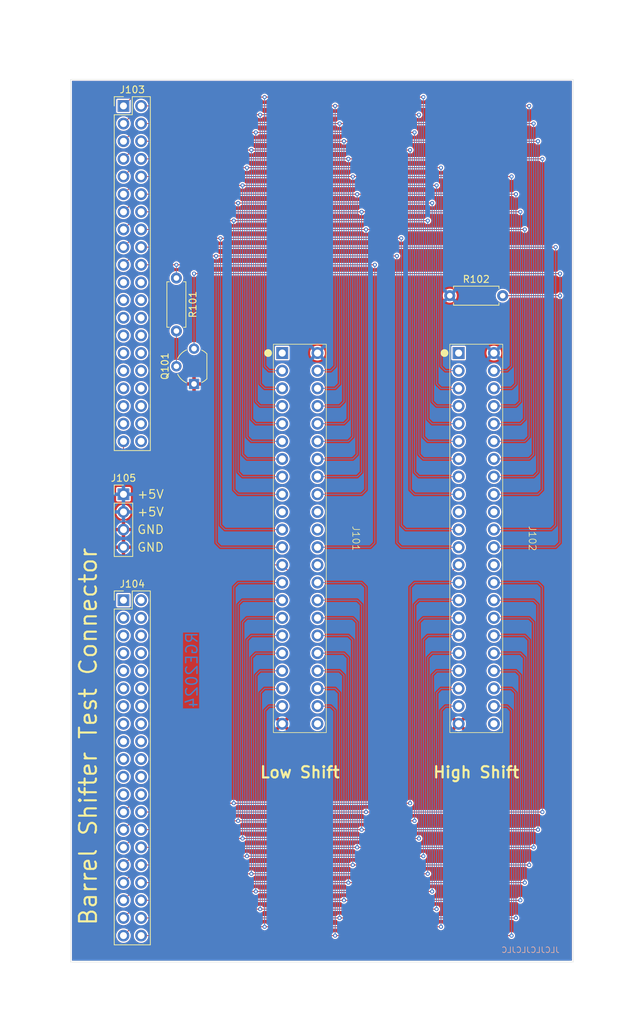
<source format=kicad_pcb>
(kicad_pcb (version 20240108) (generator "pcbnew") (generator_version "8.0")
  (layers (0 "F.Cu" signal) (31 "B.Cu" signal) (34 "B.Paste" user) (35 "F.Paste" user) (36 "B.SilkS" user "B.Silkscreen") (37 "F.SilkS" user "F.Silkscreen") (38 "B.Mask" user) (39 "F.Mask" user) (44 "Edge.Cuts" user))
  (net 0 "")
  (net 1 "/B_0")
  (net 2 "/C4")
  (net 3 "/C9")
  (net 4 "/B_1")
  (net 5 "/C7")
  (net 7 "GND")
  (net 8 "/A8")
  (net 9 "/A6")
  (net 10 "/C0")
  (net 11 "/C14")
  (net 12 "/A13")
  (net 13 "/C15")
  (net 14 "/B_3")
  (net 16 "/C1")
  (net 17 "/A5")
  (net 18 "+5V")
  (net 19 "/C10")
  (net 21 "/A4")
  (net 22 "/A9")
  (net 23 "/C11")
  (net 25 "/A3")
  (net 26 "/A10")
  (net 27 "/A12")
  (net 28 "/A1")
  (net 29 "/A7")
  (net 30 "/C8")
  (net 31 "/C2")
  (net 32 "/C3")
  (net 33 "/A2")
  (net 34 "/C12")
  (net 35 "/~{OE}")
  (net 36 "/C6")
  (net 37 "/A15")
  (net 38 "/B_2")
  (net 39 "/A0")
  (net 40 "/C13")
  (net 42 "/C5")
  (net 43 "/A14")
  (net 44 "/A11")
  (net 50 "Net-(Q101-C)")
  (net 89 "Net-(Q101-B)")
  (footprint "Connector_PinHeader_2.54mm:PinHeader_2x20_P2.54mm_Vertical" (layer "F.Cu") (at 109.22 50.8)
    (property "Reference" "J103")
    (property "Value" "Conn_02x20_Odd_Even")
  )
  (footprint "Connector_PinHeader_2.54mm:PinHeader_1x04_P2.54mm_Vertical" (layer "F.Cu") (at 109.22 106.68)
    (property "Reference" "J105")
    (property "Value" "Conn_01x04")
  )
  (footprint "BoardEdgeConnectors:TE-5530843-4-Mount" (layer "F.Cu") (at 134.62 113.03 -90)
    (property "Reference" "J101")
    (property "Value" "~")
  )
  (footprint "Connector_PinHeader_2.54mm:PinHeader_2x20_P2.54mm_Vertical" (layer "F.Cu") (at 109.22 121.92)
    (property "Reference" "J104")
    (property "Value" "Conn_02x20_Odd_Even")
  )
  (footprint "Resistor_THT:R_Axial_DIN0207_L6.3mm_D2.5mm_P7.62mm_Horizontal" (layer "F.Cu") (at 156.21 78.105)
    (property "Reference" "R102")
    (property "Value" "100k")
  )
  (footprint "BoardEdgeConnectors:TE-5530843-4-Mount" (layer "F.Cu") (at 160.02 113.03 -90)
    (property "Reference" "J102")
    (property "Value" "~")
  )
  (footprint "Package_TO_SOT_THT:TO-92_Wide" (layer "F.Cu") (at 119.38 90.805 90)
    (property "Reference" "Q101")
    (property "Value" "2N3904")
  )
  (footprint "Resistor_THT:R_Axial_DIN0207_L6.3mm_D2.5mm_P7.62mm_Horizontal" (layer "F.Cu") (at 116.84 75.565 -90)
    (property "Reference" "R101")
    (property "Value" "4k7")
  )
  (gr_rect (start 101.6 46.99) (end 173.99 173.99) (stroke (width 0.05)) (fill none) (layer "Edge.Cuts"))
  (gr_text "RGE2024" (at 120.015 126.365 90) (layer "B.Cu") (effects (font (size 1.6256 1.6256) (thickness 0.2032)) (justify left bottom mirror)))
  (gr_text "JLCJLCJLCJLC" (at 172.085 172.72 0) (layer "B.SilkS") (effects (font (size 0.8128 0.8128) (thickness 0.1016)) (justify left bottom mirror)))
  (gr_text "Barrel Shifter Test Connector" (at 104.14 168.91 90) (layer "F.SilkS") (effects (font (size 2.4384 2.4384) (thickness 0.3048)) (justify left)))
  (gr_text "Low Shift" (at 134.62 146.685 0) (layer "F.SilkS") (effects (font (size 1.6256 1.6256) (thickness 0.3048) (bold yes))))
  (gr_text "GND" (at 111.125 111.76 0) (layer "F.SilkS") (effects (font (size 1.2446 1.2446) (thickness 0.1524)) (justify left)))
  (gr_text "+5V" (at 111.125 106.68 0) (layer "F.SilkS") (effects (font (size 1.2446 1.2446) (thickness 0.1524)) (justify left)))
  (gr_text "+5V" (at 111.125 109.22 0) (layer "F.SilkS") (effects (font (size 1.2446 1.2446) (thickness 0.1524)) (justify left)))
  (gr_text "High Shift" (at 160.02 146.685 0) (layer "F.SilkS") (effects (font (size 1.6256 1.6256) (thickness 0.3048) (bold yes))))
  (gr_text "GND" (at 111.125 114.3 0) (layer "F.SilkS") (effects (font (size 1.2446 1.2446) (thickness 0.1524)) (justify left)))
  (segment (start 109.22 71.12) (end 110.49 69.85) (width 0.127) (layer "F.Cu") (net 1))
  (segment (start 123.19 69.85) (end 149.225 69.85) (width 0.127) (layer "F.Cu") (net 1))
  (segment (start 110.49 69.85) (end 123.19 69.85) (width 0.127) (layer "F.Cu") (net 1))
  (via (at 149.225 69.85) (size 0.6) (drill 0.3) (layers "F.Cu" "B.Cu") (net 1))
  (via (at 123.19 69.85) (size 0.6) (drill 0.3) (layers "F.Cu" "B.Cu") (net 1))
  (segment (start 123.19 111.125) (end 123.19 69.85) (width 0.127) (layer "B.Cu") (net 1))
  (segment (start 132.08 111.76) (end 123.825 111.76) (width 0.127) (layer "B.Cu") (net 1))
  (segment (start 123.825 111.76) (end 123.19 111.125) (width 0.127) (layer "B.Cu") (net 1))
  (segment (start 149.225 111.125) (end 149.225 69.85) (width 0.127) (layer "B.Cu") (net 1))
  (segment (start 157.48 111.76) (end 149.86 111.76) (width 0.127) (layer "B.Cu") (net 1))
  (segment (start 149.86 111.76) (end 149.225 111.125) (width 0.127) (layer "B.Cu") (net 1))
  (segment (start 109.22 157.48) (end 110.49 156.21) (width 0.127) (layer "F.Cu") (net 2))
  (segment (start 110.49 156.21) (end 126.365 156.21) (width 0.127) (layer "F.Cu") (net 2))
  (segment (start 126.365 156.21) (end 151.765 156.21) (width 0.127) (layer "F.Cu") (net 2))
  (via (at 151.765 156.21) (size 0.6) (drill 0.3) (layers "F.Cu" "B.Cu") (net 2))
  (via (at 126.365 156.21) (size 0.6) (drill 0.3) (layers "F.Cu" "B.Cu") (net 2))
  (segment (start 151.765 125.095) (end 152.4 124.46) (width 0.127) (layer "B.Cu") (net 2))
  (segment (start 126.365 156.21) (end 126.365 125.095) (width 0.127) (layer "B.Cu") (net 2))
  (segment (start 126.365 125.095) (end 127 124.46) (width 0.127) (layer "B.Cu") (net 2))
  (segment (start 151.765 156.21) (end 151.765 125.095) (width 0.127) (layer "B.Cu") (net 2))
  (segment (start 152.4 124.46) (end 157.48 124.46) (width 0.127) (layer "B.Cu") (net 2))
  (segment (start 127 124.46) (end 132.08 124.46) (width 0.127) (layer "B.Cu") (net 2))
  (segment (start 141.605 162.56) (end 163.83 162.56) (width 0.127) (layer "F.Cu") (net 3))
  (segment (start 111.76 162.56) (end 141.605 162.56) (width 0.127) (layer "F.Cu") (net 3))
  (segment (start 163.83 162.56) (end 167.005 162.56) (width 0.127) (layer "F.Cu") (net 3))
  (via (at 167.005 162.56) (size 0.6) (drill 0.3) (layers "F.Cu" "B.Cu") (net 3))
  (via (at 141.605 162.56) (size 0.6) (drill 0.3) (layers "F.Cu" "B.Cu") (net 3))
  (segment (start 167.005 130.175) (end 166.37 129.54) (width 0.127) (layer "B.Cu") (net 3))
  (segment (start 141.605 130.175) (end 140.97 129.54) (width 0.127) (layer "B.Cu") (net 3))
  (segment (start 140.97 129.54) (end 137.16 129.54) (width 0.127) (layer "B.Cu") (net 3))
  (segment (start 141.605 162.56) (end 141.605 130.175) (width 0.127) (layer "B.Cu") (net 3))
  (segment (start 167.005 162.56) (end 167.005 130.175) (width 0.127) (layer "B.Cu") (net 3))
  (segment (start 166.37 129.54) (end 162.56 129.54) (width 0.127) (layer "B.Cu") (net 3))
  (segment (start 111.76 71.12) (end 171.45 71.12) (width 0.127) (layer "F.Cu") (net 4))
  (via (at 171.45 71.12) (size 0.6) (drill 0.3) (layers "F.Cu" "B.Cu") (net 4))
  (segment (start 170.815 111.76) (end 171.45 111.125) (width 0.127) (layer "B.Cu") (net 4))
  (segment (start 171.45 111.125) (end 171.45 71.12) (width 0.127) (layer "B.Cu") (net 4))
  (segment (start 162.56 111.76) (end 170.815 111.76) (width 0.127) (layer "B.Cu") (net 4))
  (segment (start 142.24 160.02) (end 167.64 160.02) (width 0.127) (layer "F.Cu") (net 5))
  (segment (start 111.76 160.02) (end 142.24 160.02) (width 0.127) (layer "F.Cu") (net 5))
  (via (at 167.64 160.02) (size 0.6) (drill 0.3) (layers "F.Cu" "B.Cu") (net 5))
  (via (at 142.24 160.02) (size 0.6) (drill 0.3) (layers "F.Cu" "B.Cu") (net 5))
  (segment (start 162.56 127) (end 167.005 127) (width 0.127) (layer "B.Cu") (net 5))
  (segment (start 167.64 127.635) (end 167.64 160.02) (width 0.127) (layer "B.Cu") (net 5))
  (segment (start 142.24 160.02) (end 142.24 127.635) (width 0.127) (layer "B.Cu") (net 5))
  (segment (start 167.005 127) (end 167.64 127.635) (width 0.127) (layer "B.Cu") (net 5))
  (segment (start 142.24 127.635) (end 141.605 127) (width 0.127) (layer "B.Cu") (net 5))
  (segment (start 141.605 127) (end 137.16 127) (width 0.127) (layer "B.Cu") (net 5))
  (segment (start 110.49 59.69) (end 127 59.69) (width 0.127) (layer "F.Cu") (net 8))
  (segment (start 127 59.69) (end 154.94 59.69) (width 0.127) (layer "F.Cu") (net 8))
  (segment (start 109.22 60.96) (end 110.49 59.69) (width 0.127) (layer "F.Cu") (net 8))
  (via (at 127 59.69) (size 0.6) (drill 0.3) (layers "F.Cu" "B.Cu") (net 8))
  (via (at 154.94 59.69) (size 0.6) (drill 0.3) (layers "F.Cu" "B.Cu") (net 8))
  (segment (start 127 59.69) (end 127 98.425) (width 0.127) (layer "B.Cu") (net 8))
  (segment (start 157.48 88.9) (end 155.575 88.9) (width 0.127) (layer "B.Cu") (net 8))
  (segment (start 127.635 99.06) (end 132.08 99.06) (width 0.127) (layer "B.Cu") (net 8))
  (segment (start 154.94 88.265) (end 154.94 59.69) (width 0.127) (layer "B.Cu") (net 8))
  (segment (start 155.575 88.9) (end 154.94 88.265) (width 0.127) (layer "B.Cu") (net 8))
  (segment (start 127 98.425) (end 127.635 99.06) (width 0.127) (layer "B.Cu") (net 8))
  (segment (start 110.49 57.15) (end 127.635 57.15) (width 0.127) (layer "F.Cu") (net 9))
  (segment (start 127.635 57.15) (end 150.495 57.15) (width 0.127) (layer "F.Cu") (net 9))
  (segment (start 109.22 58.42) (end 110.49 57.15) (width 0.127) (layer "F.Cu") (net 9))
  (via (at 127.635 57.15) (size 0.6) (drill 0.3) (layers "F.Cu" "B.Cu") (net 9))
  (via (at 150.495 57.15) (size 0.6) (drill 0.3) (layers "F.Cu" "B.Cu") (net 9))
  (segment (start 150.495 57.15) (end 150.495 106.045) (width 0.127) (layer "B.Cu") (net 9))
  (segment (start 127.635 95.885) (end 127.635 57.15) (width 0.127) (layer "B.Cu") (net 9))
  (segment (start 150.495 106.045) (end 151.13 106.68) (width 0.127) (layer "B.Cu") (net 9))
  (segment (start 151.13 106.68) (end 157.48 106.68) (width 0.127) (layer "B.Cu") (net 9))
  (segment (start 132.08 96.52) (end 128.27 96.52) (width 0.127) (layer "B.Cu") (net 9))
  (segment (start 128.27 96.52) (end 127.635 95.885) (width 0.127) (layer "B.Cu") (net 9))
  (segment (start 125.095 151.13) (end 118.745 151.13) (width 0.127) (layer "F.Cu") (net 10))
  (segment (start 110.49 151.13) (end 128.905 151.13) (width 0.127) (layer "F.Cu") (net 10))
  (segment (start 109.22 152.4) (end 110.49 151.13) (width 0.127) (layer "F.Cu") (net 10))
  (segment (start 128.905 151.13) (end 125.095 151.13) (width 0.127) (layer "F.Cu") (net 10))
  (segment (start 118.745 151.13) (end 150.495 151.13) (width 0.127) (layer "F.Cu") (net 10))
  (via (at 125.095 151.13) (size 0.6) (drill 0.3) (layers "F.Cu" "B.Cu") (net 10))
  (via (at 150.495 151.13) (size 0.6) (drill 0.3) (layers "F.Cu" "B.Cu") (net 10))
  (segment (start 125.095 151.13) (end 125.095 120.015) (width 0.127) (layer "B.Cu") (net 10))
  (segment (start 151.13 119.38) (end 157.48 119.38) (width 0.127) (layer "B.Cu") (net 10))
  (segment (start 150.495 151.13) (end 150.495 120.015) (width 0.127) (layer "B.Cu") (net 10))
  (segment (start 125.73 119.38) (end 132.08 119.38) (width 0.127) (layer "B.Cu") (net 10))
  (segment (start 125.095 120.015) (end 125.73 119.38) (width 0.127) (layer "B.Cu") (net 10))
  (segment (start 150.495 120.015) (end 151.13 119.38) (width 0.127) (layer "B.Cu") (net 10))
  (segment (start 109.22 170.18) (end 110.49 168.91) (width 0.127) (layer "F.Cu") (net 11))
  (segment (start 154.94 168.91) (end 129.54 168.91) (width 0.127) (layer "F.Cu") (net 11))
  (segment (start 110.49 168.91) (end 129.54 168.91) (width 0.127) (layer "F.Cu") (net 11))
  (via (at 154.94 168.91) (size 0.6) (drill 0.3) (layers "F.Cu" "B.Cu") (net 11))
  (via (at 129.54 168.91) (size 0.6) (drill 0.3) (layers "F.Cu" "B.Cu") (net 11))
  (segment (start 154.94 137.795) (end 154.94 168.91) (width 0.127) (layer "B.Cu") (net 11))
  (segment (start 132.08 137.16) (end 130.175 137.16) (width 0.127) (layer "B.Cu") (net 11))
  (segment (start 155.575 137.16) (end 154.94 137.795) (width 0.127) (layer "B.Cu") (net 11))
  (segment (start 129.54 137.795) (end 129.54 168.91) (width 0.127) (layer "B.Cu") (net 11))
  (segment (start 157.48 137.16) (end 155.575 137.16) (width 0.127) (layer "B.Cu") (net 11))
  (segment (start 130.175 137.16) (end 129.54 137.795) (width 0.127) (layer "B.Cu") (net 11))
  (segment (start 143.51 66.04) (end 166.37 66.04) (width 0.127) (layer "F.Cu") (net 12))
  (segment (start 111.76 66.04) (end 143.51 66.04) (width 0.127) (layer "F.Cu") (net 12))
  (via (at 166.37 66.04) (size 0.6) (drill 0.3) (layers "F.Cu" "B.Cu") (net 12))
  (via (at 143.51 66.04) (size 0.6) (drill 0.3) (layers "F.Cu" "B.Cu") (net 12))
  (segment (start 137.16 104.14) (end 142.875 104.14) (width 0.127) (layer "B.Cu") (net 12))
  (segment (start 142.875 104.14) (end 143.51 103.505) (width 0.127) (layer "B.Cu") (net 12))
  (segment (start 166.37 93.345) (end 166.37 66.04) (width 0.127) (layer "B.Cu") (net 12))
  (segment (start 143.51 103.505) (end 143.51 66.04) (width 0.127) (layer "B.Cu") (net 12))
  (segment (start 165.735 93.98) (end 166.37 93.345) (width 0.127) (layer "B.Cu") (net 12))
  (segment (start 162.56 93.98) (end 165.735 93.98) (width 0.127) (layer "B.Cu") (net 12))
  (segment (start 139.7 170.18) (end 111.76 170.18) (width 0.127) (layer "F.Cu") (net 13))
  (segment (start 165.1 170.18) (end 139.7 170.18) (width 0.127) (layer "F.Cu") (net 13))
  (via (at 165.1 170.18) (size 0.6) (drill 0.3) (layers "F.Cu" "B.Cu") (net 13))
  (via (at 139.7 170.18) (size 0.6) (drill 0.3) (layers "F.Cu" "B.Cu") (net 13))
  (segment (start 162.56 137.16) (end 164.465 137.16) (width 0.127) (layer "B.Cu") (net 13))
  (segment (start 165.1 137.795) (end 165.1 170.18) (width 0.127) (layer "B.Cu") (net 13))
  (segment (start 139.065 137.16) (end 139.7 137.795) (width 0.127) (layer "B.Cu") (net 13))
  (segment (start 139.7 137.795) (end 139.7 170.18) (width 0.127) (layer "B.Cu") (net 13))
  (segment (start 164.465 137.16) (end 165.1 137.795) (width 0.127) (layer "B.Cu") (net 13))
  (segment (start 137.16 137.16) (end 139.065 137.16) (width 0.127) (layer "B.Cu") (net 13))
  (segment (start 111.76 73.66) (end 116.84 73.66) (width 0.127) (layer "F.Cu") (net 14))
  (segment (start 116.84 73.66) (end 145.415 73.66) (width 0.127) (layer "F.Cu") (net 14))
  (via (at 145.415 73.66) (size 0.6) (drill 0.3) (layers "F.Cu" "B.Cu") (net 14))
  (via (at 116.84 73.66) (size 0.6) (drill 0.3) (layers "F.Cu" "B.Cu") (net 14))
  (segment (start 116.84 75.565) (end 116.84 73.66) (width 0.127) (layer "B.Cu") (net 14))
  (segment (start 145.415 113.665) (end 145.415 73.66) (width 0.127) (layer "B.Cu") (net 14))
  (segment (start 137.16 114.3) (end 144.78 114.3) (width 0.127) (layer "B.Cu") (net 14))
  (segment (start 144.78 114.3) (end 145.415 113.665) (width 0.127) (layer "B.Cu") (net 14))
  (segment (start 144.145 152.4) (end 111.76 152.4) (width 0.127) (layer "F.Cu") (net 16))
  (segment (start 169.545 152.4) (end 144.145 152.4) (width 0.127) (layer "F.Cu") (net 16))
  (via (at 144.145 152.4) (size 0.6) (drill 0.3) (layers "F.Cu" "B.Cu") (net 16))
  (via (at 169.545 152.4) (size 0.6) (drill 0.3) (layers "F.Cu" "B.Cu") (net 16))
  (segment (start 143.51 119.38) (end 137.16 119.38) (width 0.127) (layer "B.Cu") (net 16))
  (segment (start 168.91 119.38) (end 162.56 119.38) (width 0.127) (layer "B.Cu") (net 16))
  (segment (start 144.145 152.4) (end 144.145 120.015) (width 0.127) (layer "B.Cu") (net 16))
  (segment (start 169.545 120.015) (end 168.91 119.38) (width 0.127) (layer "B.Cu") (net 16))
  (segment (start 144.145 120.015) (end 143.51 119.38) (width 0.127) (layer "B.Cu") (net 16))
  (segment (start 169.545 152.4) (end 169.545 120.015) (width 0.127) (layer "B.Cu") (net 16))
  (segment (start 140.97 55.88) (end 168.91 55.88) (width 0.127) (layer "F.Cu") (net 17))
  (segment (start 111.76 55.88) (end 140.97 55.88) (width 0.127) (layer "F.Cu") (net 17))
  (via (at 168.91 55.88) (size 0.6) (drill 0.3) (layers "F.Cu" "B.Cu") (net 17))
  (via (at 140.97 55.88) (size 0.6) (drill 0.3) (layers "F.Cu" "B.Cu") (net 17))
  (segment (start 140.97 93.345) (end 140.97 55.88) (width 0.127) (layer "B.Cu") (net 17))
  (segment (start 168.91 103.505) (end 168.91 55.88) (width 0.127) (layer "B.Cu") (net 17))
  (segment (start 168.275 104.14) (end 168.91 103.505) (width 0.127) (layer "B.Cu") (net 17))
  (segment (start 162.56 104.14) (end 168.275 104.14) (width 0.127) (layer "B.Cu") (net 17))
  (segment (start 137.16 93.98) (end 140.335 93.98) (width 0.127) (layer "B.Cu") (net 17))
  (segment (start 140.335 93.98) (end 140.97 93.345) (width 0.127) (layer "B.Cu") (net 17))
  (segment (start 128.27 163.83) (end 153.67 163.83) (width 0.127) (layer "F.Cu") (net 19))
  (segment (start 110.49 163.83) (end 128.27 163.83) (width 0.127) (layer "F.Cu") (net 19))
  (segment (start 109.22 165.1) (end 110.49 163.83) (width 0.127) (layer "F.Cu") (net 19))
  (via (at 128.27 163.83) (size 0.6) (drill 0.3) (layers "F.Cu" "B.Cu") (net 19))
  (via (at 153.67 163.83) (size 0.6) (drill 0.3) (layers "F.Cu" "B.Cu") (net 19))
  (segment (start 128.27 132.715) (end 128.27 163.83) (width 0.127) (layer "B.Cu") (net 19))
  (segment (start 128.905 132.08) (end 128.27 132.715) (width 0.127) (layer "B.Cu") (net 19))
  (segment (start 154.305 132.08) (end 157.48 132.08) (width 0.127) (layer "B.Cu") (net 19))
  (segment (start 153.67 163.83) (end 153.67 132.715) (width 0.127) (layer "B.Cu") (net 19))
  (segment (start 153.67 132.715) (end 154.305 132.08) (width 0.127) (layer "B.Cu") (net 19))
  (segment (start 132.08 132.08) (end 128.905 132.08) (width 0.127) (layer "B.Cu") (net 19))
  (segment (start 128.27 54.61) (end 151.13 54.61) (width 0.127) (layer "F.Cu") (net 21))
  (segment (start 109.22 55.88) (end 110.49 54.61) (width 0.127) (layer "F.Cu") (net 21))
  (segment (start 110.49 54.61) (end 128.27 54.61) (width 0.127) (layer "F.Cu") (net 21))
  (via (at 151.13 54.61) (size 0.6) (drill 0.3) (layers "F.Cu" "B.Cu") (net 21))
  (via (at 128.27 54.61) (size 0.6) (drill 0.3) (layers "F.Cu" "B.Cu") (net 21))
  (segment (start 128.27 54.61) (end 128.27 93.345) (width 0.127) (layer "B.Cu") (net 21))
  (segment (start 151.13 103.505) (end 151.13 54.61) (width 0.127) (layer "B.Cu") (net 21))
  (segment (start 151.765 104.14) (end 151.13 103.505) (width 0.127) (layer "B.Cu") (net 21))
  (segment (start 128.905 93.98) (end 132.08 93.98) (width 0.127) (layer "B.Cu") (net 21))
  (segment (start 157.48 104.14) (end 151.765 104.14) (width 0.127) (layer "B.Cu") (net 21))
  (segment (start 128.27 93.345) (end 128.905 93.98) (width 0.127) (layer "B.Cu") (net 21))
  (segment (start 142.24 60.96) (end 165.1 60.96) (width 0.127) (layer "F.Cu") (net 22))
  (segment (start 111.76 60.96) (end 142.24 60.96) (width 0.127) (layer "F.Cu") (net 22))
  (via (at 165.1 60.96) (size 0.6) (drill 0.3) (layers "F.Cu" "B.Cu") (net 22))
  (via (at 142.24 60.96) (size 0.6) (drill 0.3) (layers "F.Cu" "B.Cu") (net 22))
  (segment (start 137.16 99.06) (end 141.605 99.06) (width 0.127) (layer "B.Cu") (net 22))
  (segment (start 162.56 88.9) (end 164.465 88.9) (width 0.127) (layer "B.Cu") (net 22))
  (segment (start 165.1 88.265) (end 165.1 60.96) (width 0.127) (layer "B.Cu") (net 22))
  (segment (start 164.465 88.9) (end 165.1 88.265) (width 0.127) (layer "B.Cu") (net 22))
  (segment (start 141.605 99.06) (end 142.24 98.425) (width 0.127) (layer "B.Cu") (net 22))
  (segment (start 142.24 98.425) (end 142.24 60.96) (width 0.127) (layer "B.Cu") (net 22))
  (segment (start 163.83 165.1) (end 166.37 165.1) (width 0.127) (layer "F.Cu") (net 23))
  (segment (start 136.525 165.1) (end 140.97 165.1) (width 0.127) (layer "F.Cu") (net 23))
  (segment (start 111.76 165.1) (end 136.525 165.1) (width 0.127) (layer "F.Cu") (net 23))
  (segment (start 140.97 165.1) (end 163.83 165.1) (width 0.127) (layer "F.Cu") (net 23))
  (via (at 166.37 165.1) (size 0.6) (drill 0.3) (layers "F.Cu" "B.Cu") (net 23))
  (via (at 140.97 165.1) (size 0.6) (drill 0.3) (layers "F.Cu" "B.Cu") (net 23))
  (segment (start 140.335 132.08) (end 137.16 132.08) (width 0.127) (layer "B.Cu") (net 23))
  (segment (start 165.735 132.08) (end 166.37 132.715) (width 0.127) (layer "B.Cu") (net 23))
  (segment (start 140.97 165.1) (end 140.97 132.715) (width 0.127) (layer "B.Cu") (net 23))
  (segment (start 140.97 132.715) (end 140.335 132.08) (width 0.127) (layer "B.Cu") (net 23))
  (segment (start 162.56 132.08) (end 165.735 132.08) (width 0.127) (layer "B.Cu") (net 23))
  (segment (start 166.37 132.715) (end 166.37 165.1) (width 0.127) (layer "B.Cu") (net 23))
  (segment (start 140.335 53.34) (end 168.275 53.34) (width 0.127) (layer "F.Cu") (net 25))
  (segment (start 111.76 53.34) (end 140.335 53.34) (width 0.127) (layer "F.Cu") (net 25))
  (via (at 168.275 53.34) (size 0.6) (drill 0.3) (layers "F.Cu" "B.Cu") (net 25))
  (via (at 140.335 53.34) (size 0.6) (drill 0.3) (layers "F.Cu" "B.Cu") (net 25))
  (segment (start 168.275 53.34) (end 168.275 100.965) (width 0.127) (layer "B.Cu") (net 25))
  (segment (start 140.335 53.34) (end 140.335 90.805) (width 0.127) (layer "B.Cu") (net 25))
  (segment (start 168.275 100.965) (end 167.64 101.6) (width 0.127) (layer "B.Cu") (net 25))
  (segment (start 139.7 91.44) (end 137.16 91.44) (width 0.127) (layer "B.Cu") (net 25))
  (segment (start 140.335 90.805) (end 139.7 91.44) (width 0.127) (layer "B.Cu") (net 25))
  (segment (start 167.64 101.6) (end 162.56 101.6) (width 0.127) (layer "B.Cu") (net 25))
  (segment (start 126.365 62.23) (end 154.305 62.23) (width 0.127) (layer "F.Cu") (net 26))
  (segment (start 110.49 62.23) (end 126.365 62.23) (width 0.127) (layer "F.Cu") (net 26))
  (segment (start 109.22 63.5) (end 110.49 62.23) (width 0.127) (layer "F.Cu") (net 26))
  (via (at 154.305 62.23) (size 0.6) (drill 0.3) (layers "F.Cu" "B.Cu") (net 26))
  (via (at 126.365 62.23) (size 0.6) (drill 0.3) (layers "F.Cu" "B.Cu") (net 26))
  (segment (start 127 101.6) (end 126.365 100.965) (width 0.127) (layer "B.Cu") (net 26))
  (segment (start 157.48 91.44) (end 154.94 91.44) (width 0.127) (layer "B.Cu") (net 26))
  (segment (start 154.94 91.44) (end 154.305 90.805) (width 0.127) (layer "B.Cu") (net 26))
  (segment (start 126.365 100.965) (end 126.365 62.23) (width 0.127) (layer "B.Cu") (net 26))
  (segment (start 132.08 101.6) (end 127 101.6) (width 0.127) (layer "B.Cu") (net 26))
  (segment (start 154.305 90.805) (end 154.305 62.23) (width 0.127) (layer "B.Cu") (net 26))
  (segment (start 125.73 64.77) (end 153.67 64.77) (width 0.127) (layer "F.Cu") (net 27))
  (segment (start 109.22 66.04) (end 110.49 64.77) (width 0.127) (layer "F.Cu") (net 27))
  (segment (start 110.49 64.77) (end 125.73 64.77) (width 0.127) (layer "F.Cu") (net 27))
  (via (at 125.73 64.77) (size 0.6) (drill 0.3) (layers "F.Cu" "B.Cu") (net 27))
  (via (at 153.67 64.77) (size 0.6) (drill 0.3) (layers "F.Cu" "B.Cu") (net 27))
  (segment (start 153.67 93.345) (end 153.67 64.77) (width 0.127) (layer "B.Cu") (net 27))
  (segment (start 125.73 64.77) (end 125.73 103.505) (width 0.127) (layer "B.Cu") (net 27))
  (segment (start 154.305 93.98) (end 153.67 93.345) (width 0.127) (layer "B.Cu") (net 27))
  (segment (start 125.73 103.505) (end 126.365 104.14) (width 0.127) (layer "B.Cu") (net 27))
  (segment (start 126.365 104.14) (end 132.08 104.14) (width 0.127) (layer "B.Cu") (net 27))
  (segment (start 157.48 93.98) (end 154.305 93.98) (width 0.127) (layer "B.Cu") (net 27))
  (segment (start 111.76 50.8) (end 139.7 50.8) (width 0.127) (layer "F.Cu") (net 28))
  (segment (start 139.7 50.8) (end 167.64 50.8) (width 0.127) (layer "F.Cu") (net 28))
  (via (at 167.64 50.8) (size 0.6) (drill 0.3) (layers "F.Cu" "B.Cu") (net 28))
  (via (at 139.7 50.8) (size 0.6) (drill 0.3) (layers "F.Cu" "B.Cu") (net 28))
  (segment (start 137.16 88.9) (end 139.065 88.9) (width 0.127) (layer "B.Cu") (net 28))
  (segment (start 139.7 88.265) (end 139.7 50.8) (width 0.127) (layer "B.Cu") (net 28))
  (segment (start 139.065 88.9) (end 139.7 88.265) (width 0.127) (layer "B.Cu") (net 28))
  (segment (start 167.005 99.06) (end 167.64 98.425) (width 0.127) (layer "B.Cu") (net 28))
  (segment (start 167.64 98.425) (end 167.64 50.8) (width 0.127) (layer "B.Cu") (net 28))
  (segment (start 162.56 99.06) (end 167.005 99.06) (width 0.127) (layer "B.Cu") (net 28))
  (segment (start 141.605 58.42) (end 169.545 58.42) (width 0.127) (layer "F.Cu") (net 29))
  (segment (start 111.76 58.42) (end 141.605 58.42) (width 0.127) (layer "F.Cu") (net 29))
  (via (at 169.545 58.42) (size 0.6) (drill 0.3) (layers "F.Cu" "B.Cu") (net 29))
  (via (at 141.605 58.42) (size 0.6) (drill 0.3) (layers "F.Cu" "B.Cu") (net 29))
  (segment (start 169.545 106.045) (end 168.91 106.68) (width 0.127) (layer "B.Cu") (net 29))
  (segment (start 169.545 58.42) (end 169.545 106.045) (width 0.127) (layer "B.Cu") (net 29))
  (segment (start 168.91 106.68) (end 162.56 106.68) (width 0.127) (layer "B.Cu") (net 29))
  (segment (start 141.605 58.42) (end 141.605 95.885) (width 0.127) (layer "B.Cu") (net 29))
  (segment (start 140.97 96.52) (end 137.16 96.52) (width 0.127) (layer "B.Cu") (net 29))
  (segment (start 141.605 95.885) (end 140.97 96.52) (width 0.127) (layer "B.Cu") (net 29))
  (segment (start 109.22 162.56) (end 110.49 161.29) (width 0.127) (layer "F.Cu") (net 30))
  (segment (start 110.49 161.29) (end 127.635 161.29) (width 0.127) (layer "F.Cu") (net 30))
  (segment (start 127.635 161.29) (end 153.035 161.29) (width 0.127) (layer "F.Cu") (net 30))
  (via (at 127.635 161.29) (size 0.6) (drill 0.3) (layers "F.Cu" "B.Cu") (net 30))
  (via (at 153.035 161.29) (size 0.6) (drill 0.3) (layers "F.Cu" "B.Cu") (net 30))
  (segment (start 132.08 129.54) (end 128.27 129.54) (width 0.127) (layer "B.Cu") (net 30))
  (segment (start 153.035 130.175) (end 153.67 129.54) (width 0.127) (layer "B.Cu") (net 30))
  (segment (start 127.635 130.175) (end 127.635 149.86) (width 0.127) (layer "B.Cu") (net 30))
  (segment (start 153.035 161.29) (end 153.035 130.175) (width 0.127) (layer "B.Cu") (net 30))
  (segment (start 153.67 129.54) (end 157.48 129.54) (width 0.127) (layer "B.Cu") (net 30))
  (segment (start 127.635 149.86) (end 127.635 161.29) (width 0.127) (layer "B.Cu") (net 30))
  (segment (start 128.27 129.54) (end 127.635 130.175) (width 0.127) (layer "B.Cu") (net 30))
  (segment (start 109.22 154.94) (end 110.49 153.67) (width 0.127) (layer "F.Cu") (net 31))
  (segment (start 110.49 153.67) (end 125.73 153.67) (width 0.127) (layer "F.Cu") (net 31))
  (segment (start 125.73 153.67) (end 151.13 153.67) (width 0.127) (layer "F.Cu") (net 31))
  (via (at 151.13 153.67) (size 0.6) (drill 0.3) (layers "F.Cu" "B.Cu") (net 31))
  (via (at 125.73 153.67) (size 0.6) (drill 0.3) (layers "F.Cu" "B.Cu") (net 31))
  (segment (start 151.13 122.555) (end 151.13 153.67) (width 0.127) (layer "B.Cu") (net 31))
  (segment (start 151.765 121.92) (end 151.13 122.555) (width 0.127) (layer "B.Cu") (net 31))
  (segment (start 126.365 121.92) (end 132.08 121.92) (width 0.127) (layer "B.Cu") (net 31))
  (segment (start 125.73 122.555) (end 126.365 121.92) (width 0.127) (layer "B.Cu") (net 31))
  (segment (start 125.73 153.67) (end 125.73 122.555) (width 0.127) (layer "B.Cu") (net 31))
  (segment (start 157.48 121.92) (end 151.765 121.92) (width 0.127) (layer "B.Cu") (net 31))
  (segment (start 143.51 154.94) (end 168.91 154.94) (width 0.127) (layer "F.Cu") (net 32))
  (segment (start 111.76 154.94) (end 143.51 154.94) (width 0.127) (layer "F.Cu") (net 32))
  (via (at 168.91 154.94) (size 0.6) (drill 0.3) (layers "F.Cu" "B.Cu") (net 32))
  (via (at 143.51 154.94) (size 0.6) (drill 0.3) (layers "F.Cu" "B.Cu") (net 32))
  (segment (start 137.16 121.92) (end 142.875 121.92) (width 0.127) (layer "B.Cu") (net 32))
  (segment (start 143.51 122.555) (end 143.51 154.94) (width 0.127) (layer "B.Cu") (net 32))
  (segment (start 168.91 154.94) (end 168.91 122.555) (width 0.127) (layer "B.Cu") (net 32))
  (segment (start 168.275 121.92) (end 162.56 121.92) (width 0.127) (layer "B.Cu") (net 32))
  (segment (start 168.91 122.555) (end 168.275 121.92) (width 0.127) (layer "B.Cu") (net 32))
  (segment (start 142.875 121.92) (end 143.51 122.555) (width 0.127) (layer "B.Cu") (net 32))
  (segment (start 110.49 52.07) (end 128.905 52.07) (width 0.127) (layer "F.Cu") (net 33))
  (segment (start 128.905 52.07) (end 151.765 52.07) (width 0.127) (layer "F.Cu") (net 33))
  (segment (start 109.22 53.34) (end 110.49 52.07) (width 0.127) (layer "F.Cu") (net 33))
  (via (at 151.765 52.07) (size 0.6) (drill 0.3) (layers "F.Cu" "B.Cu") (net 33))
  (via (at 128.905 52.07) (size 0.6) (drill 0.3) (layers "F.Cu" "B.Cu") (net 33))
  (segment (start 128.905 90.805) (end 129.54 91.44) (width 0.127) (layer "B.Cu") (net 33))
  (segment (start 152.4 101.6) (end 157.48 101.6) (width 0.127) (layer "B.Cu") (net 33))
  (segment (start 151.765 100.965) (end 152.4 101.6) (width 0.127) (layer "B.Cu") (net 33))
  (segment (start 128.905 52.07) (end 128.905 90.805) (width 0.127) (layer "B.Cu") (net 33))
  (segment (start 151.765 52.07) (end 151.765 100.965) (width 0.127) (layer "B.Cu") (net 33))
  (segment (start 129.54 91.44) (end 132.08 91.44) (width 0.127) (layer "B.Cu") (net 33))
  (segment (start 128.905 166.37) (end 154.305 166.37) (width 0.127) (layer "F.Cu") (net 34))
  (segment (start 127.635 166.37) (end 128.905 166.37) (width 0.127) (layer "F.Cu") (net 34))
  (segment (start 109.22 167.64) (end 110.49 166.37) (width 0.127) (layer "F.Cu") (net 34))
  (segment (start 110.49 166.37) (end 127.635 166.37) (width 0.127) (layer "F.Cu") (net 34))
  (via (at 154.305 166.37) (size 0.6) (drill 0.3) (layers "F.Cu" "B.Cu") (net 34))
  (via (at 128.905 166.37) (size 0.6) (drill 0.3) (layers "F.Cu" "B.Cu") (net 34))
  (segment (start 154.305 166.37) (end 154.305 135.255) (width 0.127) (layer "B.Cu") (net 34))
  (segment (start 129.54 134.62) (end 128.905 135.255) (width 0.127) (layer "B.Cu") (net 34))
  (segment (start 154.305 135.255) (end 154.94 134.62) (width 0.127) (layer "B.Cu") (net 34))
  (segment (start 128.905 135.255) (end 128.905 166.37) (width 0.127) (layer "B.Cu") (net 34))
  (segment (start 132.08 134.62) (end 129.54 134.62) (width 0.127) (layer "B.Cu") (net 34))
  (segment (start 154.94 134.62) (end 157.48 134.62) (width 0.127) (layer "B.Cu") (net 34))
  (segment (start 156.21 118.11) (end 157.48 116.84) (width 0.127) (layer "F.Cu") (net 35))
  (segment (start 114.935 116.84) (end 114.3 116.205) (width 0.127) (layer "F.Cu") (net 35))
  (segment (start 132.08 116.84) (end 114.935 116.84) (width 0.127) (layer "F.Cu") (net 35))
  (segment (start 114.3 116.205) (end 114.3 102.87) (width 0.127) (layer "F.Cu") (net 35))
  (segment (start 109.22 101.6) (end 109.22 99.06) (width 0.127) (layer "F.Cu") (net 35))
  (segment (start 114.3 102.87) (end 113.665 102.235) (width 0.127) (layer "F.Cu") (net 35))
  (segment (start 132.08 116.84) (end 133.35 118.11) (width 0.127) (layer "F.Cu") (net 35))
  (segment (start 113.665 102.235) (end 109.855 102.235) (width 0.127) (layer "F.Cu") (net 35))
  (segment (start 133.35 118.11) (end 156.21 118.11) (width 0.127) (layer "F.Cu") (net 35))
  (segment (start 109.855 102.235) (end 109.22 101.6) (width 0.127) (layer "F.Cu") (net 35))
  (segment (start 109.22 160.02) (end 110.49 158.75) (width 0.127) (layer "F.Cu") (net 36))
  (segment (start 110.49 158.75) (end 127 158.75) (width 0.127) (layer "F.Cu") (net 36))
  (segment (start 127 158.75) (end 152.4 158.75) (width 0.127) (layer "F.Cu") (net 36))
  (via (at 152.4 158.75) (size 0.6) (drill 0.3) (layers "F.Cu" "B.Cu") (net 36))
  (via (at 127 158.75) (size 0.6) (drill 0.3) (layers "F.Cu" "B.Cu") (net 36))
  (segment (start 127 138.43) (end 127 158.75) (width 0.127) (layer "B.Cu") (net 36))
  (segment (start 132.08 127) (end 127.635 127) (width 0.127) (layer "B.Cu") (net 36))
  (segment (start 153.035 127) (end 157.48 127) (width 0.127) (layer "B.Cu") (net 36))
  (segment (start 127.635 127) (end 127 127.635) (width 0.127) (layer "B.Cu") (net 36))
  (segment (start 152.4 158.75) (end 152.4 127.635) (width 0.127) (layer "B.Cu") (net 36))
  (segment (start 127 127.635) (end 127 138.43) (width 0.127) (layer "B.Cu") (net 36))
  (segment (start 152.4 127.635) (end 153.035 127) (width 0.127) (layer "B.Cu") (net 36))
  (segment (start 111.76 68.58) (end 144.145 68.58) (width 0.127) (layer "F.Cu") (net 37))
  (segment (start 144.145 68.58) (end 167.005 68.58) (width 0.127) (layer "F.Cu") (net 37))
  (via (at 144.145 68.58) (size 0.6) (drill 0.3) (layers "F.Cu" "B.Cu") (net 37))
  (via (at 167.005 68.58) (size 0.6) (drill 0.3) (layers "F.Cu" "B.Cu") (net 37))
  (segment (start 167.005 68.58) (end 167.005 95.885) (width 0.127) (layer "B.Cu") (net 37))
  (segment (start 144.145 68.58) (end 144.145 106.045) (width 0.127) (layer "B.Cu") (net 37))
  (segment (start 143.51 106.68) (end 137.16 106.68) (width 0.127) (layer "B.Cu") (net 37))
  (segment (start 144.145 106.045) (end 143.51 106.68) (width 0.127) (layer "B.Cu") (net 37))
  (segment (start 166.37 96.52) (end 162.56 96.52) (width 0.127) (layer "B.Cu") (net 37))
  (segment (start 167.005 95.885) (end 166.37 96.52) (width 0.127) (layer "B.Cu") (net 37))
  (segment (start 122.555 72.39) (end 148.59 72.39) (width 0.127) (layer "F.Cu") (net 38))
  (segment (start 109.22 73.66) (end 110.49 72.39) (width 0.127) (layer "F.Cu") (net 38))
  (segment (start 110.49 72.39) (end 122.555 72.39) (width 0.127) (layer "F.Cu") (net 38))
  (via (at 148.59 72.39) (size 0.6) (drill 0.3) (layers "F.Cu" "B.Cu") (net 38))
  (via (at 122.555 72.39) (size 0.6) (drill 0.3) (layers "F.Cu" "B.Cu") (net 38))
  (segment (start 123.19 114.3) (end 122.555 113.665) (width 0.127) (layer "B.Cu") (net 38))
  (segment (start 122.555 113.665) (end 122.555 72.39) (width 0.127) (layer "B.Cu") (net 38))
  (segment (start 157.48 114.3) (end 149.225 114.3) (width 0.127) (layer "B.Cu") (net 38))
  (segment (start 148.59 113.665) (end 148.59 72.39) (width 0.127) (layer "B.Cu") (net 38))
  (segment (start 149.225 114.3) (end 148.59 113.665) (width 0.127) (layer "B.Cu") (net 38))
  (segment (start 132.08 114.3) (end 123.19 114.3) (width 0.127) (layer "B.Cu") (net 38))
  (segment (start 109.22 50.8) (end 110.49 49.53) (width 0.127) (layer "F.Cu") (net 39))
  (segment (start 110.49 49.53) (end 129.54 49.53) (width 0.127) (layer "F.Cu") (net 39))
  (segment (start 129.54 49.53) (end 152.4 49.53) (width 0.127) (layer "F.Cu") (net 39))
  (via (at 129.54 49.53) (size 0.6) (drill 0.3) (layers "F.Cu" "B.Cu") (net 39))
  (via (at 152.4 49.53) (size 0.6) (drill 0.3) (layers "F.Cu" "B.Cu") (net 39))
  (segment (start 152.4 98.425) (end 152.4 49.53) (width 0.127) (layer "B.Cu") (net 39))
  (segment (start 129.54 49.53) (end 129.54 88.265) (width 0.127) (layer "B.Cu") (net 39))
  (segment (start 129.54 88.265) (end 130.175 88.9) (width 0.127) (layer "B.Cu") (net 39))
  (segment (start 130.175 88.9) (end 132.08 88.9) (width 0.127) (layer "B.Cu") (net 39))
  (segment (start 157.48 99.06) (end 153.035 99.06) (width 0.127) (layer "B.Cu") (net 39))
  (segment (start 153.035 99.06) (end 152.4 98.425) (width 0.127) (layer "B.Cu") (net 39))
  (segment (start 111.76 167.64) (end 137.16 167.64) (width 0.127) (layer "F.Cu") (net 40))
  (segment (start 163.83 167.64) (end 165.735 167.64) (width 0.127) (layer "F.Cu") (net 40))
  (segment (start 137.16 167.64) (end 140.335 167.64) (width 0.127) (layer "F.Cu") (net 40))
  (segment (start 140.335 167.64) (end 153.67 167.64) (width 0.127) (layer "F.Cu") (net 40))
  (segment (start 153.67 167.64) (end 163.83 167.64) (width 0.127) (layer "F.Cu") (net 40))
  (via (at 165.735 167.64) (size 0.6) (drill 0.3) (layers "F.Cu" "B.Cu") (net 40))
  (via (at 140.335 167.64) (size 0.6) (drill 0.3) (layers "F.Cu" "B.Cu") (net 40))
  (segment (start 139.7 134.62) (end 137.16 134.62) (width 0.127) (layer "B.Cu") (net 40))
  (segment (start 140.335 167.64) (end 140.335 135.255) (width 0.127) (layer "B.Cu") (net 40))
  (segment (start 140.335 135.255) (end 139.7 134.62) (width 0.127) (layer "B.Cu") (net 40))
  (segment (start 165.1 134.62) (end 162.56 134.62) (width 0.127) (layer "B.Cu") (net 40))
  (segment (start 165.735 135.255) (end 165.1 134.62) (width 0.127) (layer "B.Cu") (net 40))
  (segment (start 165.735 167.64) (end 165.735 135.255) (width 0.127) (layer "B.Cu") (net 40))
  (segment (start 111.76 157.48) (end 142.875 157.48) (width 0.127) (layer "F.Cu") (net 42))
  (segment (start 142.875 157.48) (end 168.275 157.48) (width 0.127) (layer "F.Cu") (net 42))
  (via (at 142.875 157.48) (size 0.6) (drill 0.3) (layers "F.Cu" "B.Cu") (net 42))
  (via (at 168.275 157.48) (size 0.6) (drill 0.3) (layers "F.Cu" "B.Cu") (net 42))
  (segment (start 142.875 125.095) (end 142.24 124.46) (width 0.127) (layer "B.Cu") (net 42))
  (segment (start 168.275 125.095) (end 167.64 124.46) (width 0.127) (layer "B.Cu") (net 42))
  (segment (start 167.64 124.46) (end 162.56 124.46) (width 0.127) (layer "B.Cu") (net 42))
  (segment (start 142.24 124.46) (end 137.16 124.46) (width 0.127) (layer "B.Cu") (net 42))
  (segment (start 168.275 157.48) (end 168.275 125.095) (width 0.127) (layer "B.Cu") (net 42))
  (segment (start 142.875 157.48) (end 142.875 125.095) (width 0.127) (layer "B.Cu") (net 42))
  (segment (start 109.22 68.58) (end 110.49 67.31) (width 0.127) (layer "F.Cu") (net 43))
  (segment (start 125.095 67.31) (end 153.035 67.31) (width 0.127) (layer "F.Cu") (net 43))
  (segment (start 110.49 67.31) (end 125.095 67.31) (width 0.127) (layer "F.Cu") (net 43))
  (via (at 125.095 67.31) (size 0.6) (drill 0.3) (layers "F.Cu" "B.Cu") (net 43))
  (via (at 153.035 67.31) (size 0.6) (drill 0.3) (layers "F.Cu" "B.Cu") (net 43))
  (segment (start 153.67 96.52) (end 153.035 95.885) (width 0.127) (layer "B.Cu") (net 43))
  (segment (start 153.035 95.885) (end 153.035 67.31) (width 0.127) (layer "B.Cu") (net 43))
  (segment (start 125.73 106.68) (end 125.095 106.045) (width 0.127) (layer "B.Cu") (net 43))
  (segment (start 157.48 96.52) (end 153.67 96.52) (width 0.127) (layer "B.Cu") (net 43))
  (segment (start 132.08 106.68) (end 125.73 106.68) (width 0.127) (layer "B.Cu") (net 43))
  (segment (start 125.095 106.045) (end 125.095 67.31) (width 0.127) (layer "B.Cu") (net 43))
  (segment (start 142.875 63.5) (end 165.735 63.5) (width 0.127) (layer "F.Cu") (net 44))
  (segment (start 111.76 63.5) (end 142.875 63.5) (width 0.127) (layer "F.Cu") (net 44))
  (via (at 165.735 63.5) (size 0.6) (drill 0.3) (layers "F.Cu" "B.Cu") (net 44))
  (via (at 142.875 63.5) (size 0.6) (drill 0.3) (layers "F.Cu" "B.Cu") (net 44))
  (segment (start 142.875 100.965) (end 142.24 101.6) (width 0.127) (layer "B.Cu") (net 44))
  (segment (start 142.24 101.6) (end 137.16 101.6) (width 0.127) (layer "B.Cu") (net 44))
  (segment (start 165.735 90.805) (end 165.1 91.44) (width 0.127) (layer "B.Cu") (net 44))
  (segment (start 165.1 91.44) (end 162.56 91.44) (width 0.127) (layer "B.Cu") (net 44))
  (segment (start 142.875 63.5) (end 142.875 100.965) (width 0.127) (layer "B.Cu") (net 44))
  (segment (start 165.735 63.5) (end 165.735 90.805) (width 0.127) (layer "B.Cu") (net 44))
  (segment (start 119.38 74.93) (end 172.085 74.93) (width 0.127) (layer "F.Cu") (net 50))
  (segment (start 163.83 78.105) (end 172.085 78.105) (width 0.127) (layer "F.Cu") (net 50))
  (via (at 119.38 74.93) (size 0.6) (drill 0.3) (layers "F.Cu" "B.Cu") (net 50))
  (via (at 172.085 74.93) (size 0.6) (drill 0.3) (layers "F.Cu" "B.Cu") (net 50))
  (via (at 172.085 78.105) (size 0.6) (drill 0.3) (layers "F.Cu" "B.Cu") (net 50))
  (segment (start 171.45 114.3) (end 162.56 114.3) (width 0.127) (layer "B.Cu") (net 50))
  (segment (start 172.085 78.105) (end 172.085 113.665) (width 0.127) (layer "B.Cu") (net 50))
  (segment (start 172.085 74.93) (end 172.085 78.105) (width 0.127) (layer "B.Cu") (net 50))
  (segment (start 172.085 113.665) (end 171.45 114.3) (width 0.127) (layer "B.Cu") (net 50))
  (segment (start 119.38 85.725) (end 119.38 74.93) (width 0.127) (layer "B.Cu") (net 50))
  (segment (start 116.84 83.185) (end 116.84 88.265) (width 0.127) (layer "B.Cu") (net 89))
  (zone (net 7) (net_name "GND") (layer "F.Cu") (connect_pads (clearance 0.1016)) (min_thickness 0.1016) (fill yes (thermal_gap 0.5) (thermal_bridge_width 0.5) (smoothing fillet) (radius 0.127))
    (polygon (pts (xy 96.52 40.64) (xy 177.8 40.64) (xy 177.8 177.8) (xy 96.52 177.8)))
  )
  (zone (net 18) (net_name "+5V") (layer "B.Cu") (priority 1) (connect_pads (clearance 0.1016)) (min_thickness 0.1016) (fill yes (thermal_gap 0.5) (thermal_bridge_width 0.5) (smoothing fillet) (radius 0.127))
    (polygon (pts (xy 91.44 35.56) (xy 182.88 35.56) (xy 182.88 182.88) (xy 91.44 182.88)))
  )
)
</source>
